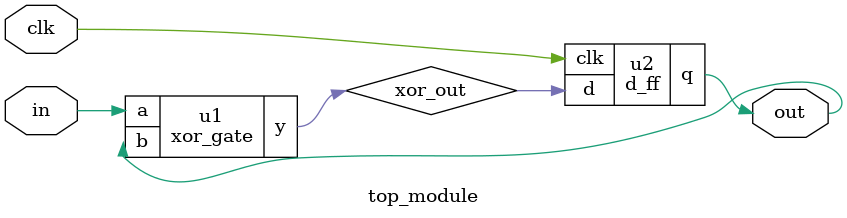
<source format=sv>
module xor_gate (
	input a,
	input b,
	output y
);
	assign y = a ^ b;
endmodule
module d_ff (
	input clk,
	input d,
	output reg q
);
	always @(posedge clk) begin
		q <= d;
	end
endmodule
module top_module (
	input clk,
	input in,
	output logic out
);
	wire xor_out;
	xor_gate u1 (
		.a(in),
		.b(out),
		.y(xor_out)
	);
	d_ff u2 (
		.clk(clk),
		.d(xor_out),
		.q(out)
	);
endmodule

</source>
